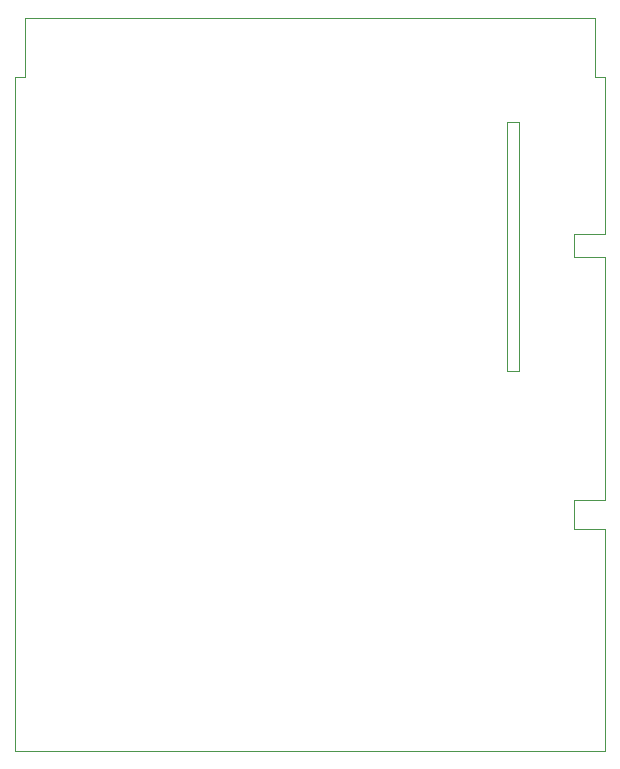
<source format=gm1>
G04*
G04 #@! TF.GenerationSoftware,Altium Limited,Altium Designer,20.0.13 (296)*
G04*
G04 Layer_Color=10517442*
%FSLAX44Y44*%
%MOMM*%
G71*
G01*
G75*
%ADD15C,0.0127*%
D15*
X0Y1D02*
Y570458D01*
X8600D02*
Y620458D01*
X0Y1D02*
X500000D01*
X473000Y188001D02*
X500000D01*
X416902Y321543D02*
Y531886D01*
X473000Y212001D02*
X500000D01*
X427000Y321543D02*
Y531886D01*
X473000Y418001D02*
Y437001D01*
Y188001D02*
Y212001D01*
X491400Y570458D02*
Y620458D01*
X416902Y321543D02*
X427000D01*
X500000Y1D02*
Y188001D01*
Y212001D02*
Y418001D01*
Y437001D02*
Y570458D01*
X473000Y418001D02*
X500000D01*
X473000Y437001D02*
X500000D01*
X416902Y531886D02*
X427000D01*
X491400Y570458D02*
X500000D01*
X0D02*
X8600D01*
Y620458D02*
X491400D01*
M02*

</source>
